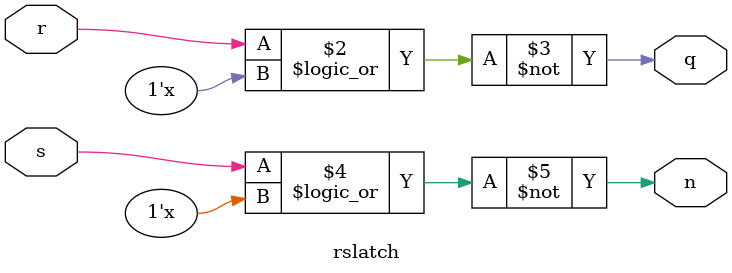
<source format=sv>
module rslatch (input logic r, s, output logic q, n);
    always @ (r,s,q,n) begin
        q <= ~(r||n);
        n <= ~(s||q);
    end
endmodule

</source>
